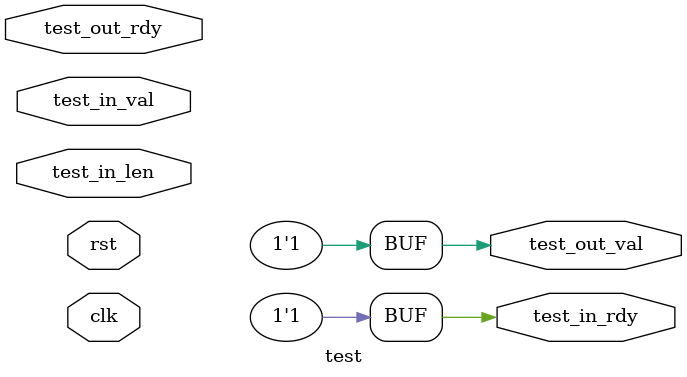
<source format=sv>
module test(
     input clk
    ,input rst

    ,input          test_in_val
    ,input  [7:0]   test_in_len
    ,output         test_in_rdy


    ,output         test_out_val
    ,input          test_out_rdy
);

    typedef enum logic {
        READY = 1'b0,
        COUNT = 1'b1,
        UND = 'X
    } state_e;

    state_e state_reg;
    state_e state_next;

    logic   [7:0]   test_len_reg;
    logic   [7:0]   test_len_next;

    logic   [7:0]   count_reg;
    logic   [7:0]   count_next;

    logic           store_len;
    logic           incr_count;

    logic           last_in;

    always_ff @(posedge clk) begin
        if (rst) begin
            state_reg <= READY;
        end
        else begin
            state_reg <= state_next;
            test_len_reg <= test_len_next;
            count_reg <= count_next;
        end
    end

    assign count_next = store_len
                        ? '0
                        : incr_count
                            ? count_reg + 1'b1
                            : count_reg;

    assign test_len_next = store_len
                        ? test_in_len
                        : test_len_reg;

    assign last_in = count_next == test_len_next;

    assign test_out_val = 1'b1;
    assign test_in_rdy = 1'b1;

    always_comb begin
        store_len = 1'b0;
        incr_count = 1'b0;

        state_next = state_reg;
        case (state_reg)
            READY: begin
                store_len = 1'b1;
                if (test_in_val & test_out_rdy) begin
                    state_next = COUNT;
                end
            end
            COUNT: begin
                if (test_in_val & test_out_rdy) begin
                    incr_count = 1'b1;
                    if (last_in) begin
                        state_next = READY;
                    end
                end
            end
        endcase
    end

endmodule

</source>
